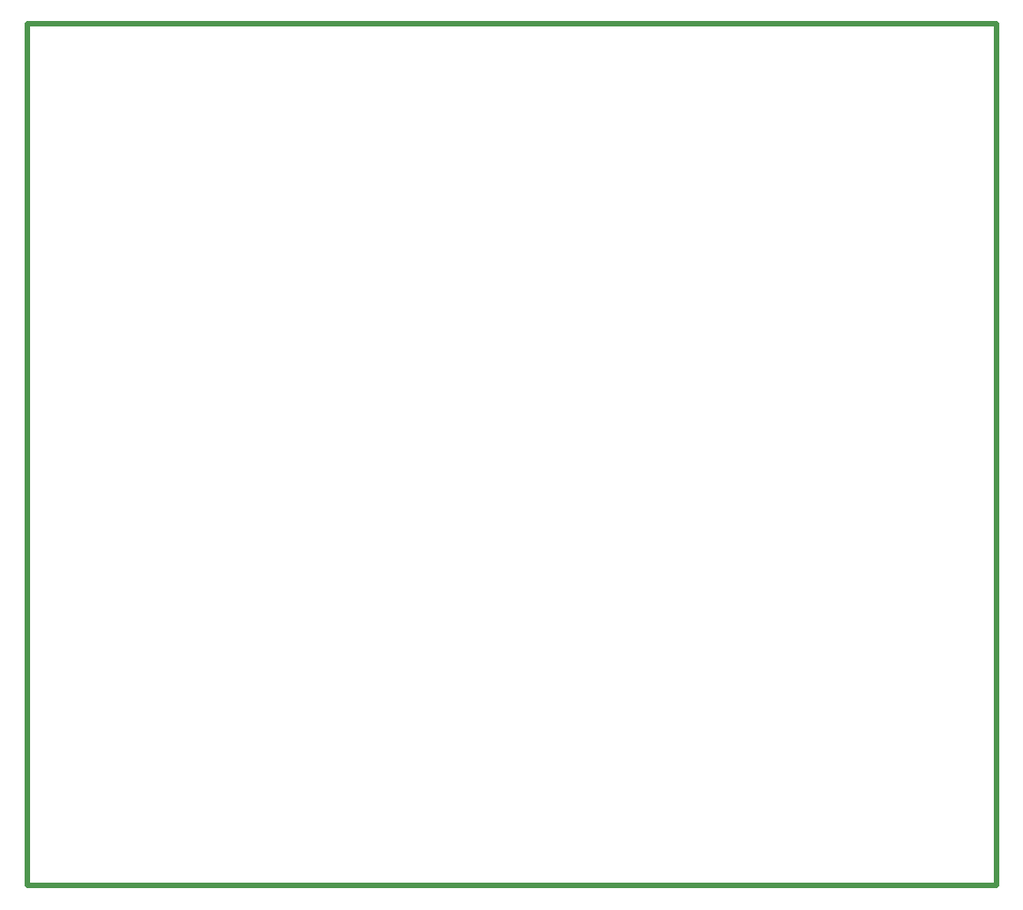
<source format=gbr>
G04 EAGLE Gerber RS-274X export*
G75*
%MOMM*%
%FSLAX34Y34*%
%LPD*%
%IN*%
%IPPOS*%
%AMOC8*
5,1,8,0,0,1.08239X$1,22.5*%
G01*
%ADD10C,0.508000*%
%ADD11C,0.254000*%


D10*
X0Y800000D02*
X0Y0D01*
X900000Y0D01*
X900000Y800000D01*
X0Y800000D01*
D11*
X0Y0D02*
X900000Y0D01*
X900000Y800000D01*
X0Y800000D01*
X0Y0D01*
M02*

</source>
